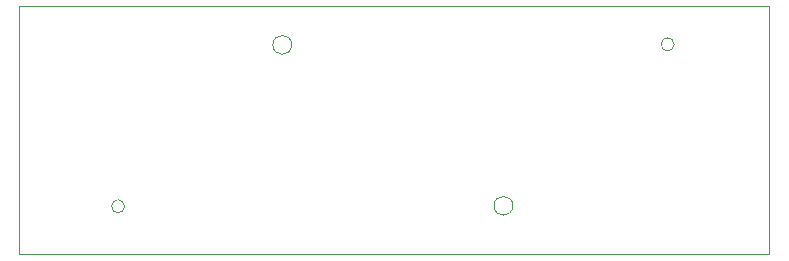
<source format=gbr>
%TF.GenerationSoftware,KiCad,Pcbnew,8.0.6*%
%TF.CreationDate,2024-11-25T22:11:24+01:00*%
%TF.ProjectId,nard_sam,6e617264-5f73-4616-9d2e-6b696361645f,rev?*%
%TF.SameCoordinates,Original*%
%TF.FileFunction,Profile,NP*%
%FSLAX46Y46*%
G04 Gerber Fmt 4.6, Leading zero omitted, Abs format (unit mm)*
G04 Created by KiCad (PCBNEW 8.0.6) date 2024-11-25 22:11:24*
%MOMM*%
%LPD*%
G01*
G04 APERTURE LIST*
%TA.AperFunction,Profile*%
%ADD10C,0.100000*%
%TD*%
%TA.AperFunction,Profile*%
%ADD11C,0.120000*%
%TD*%
G04 APERTURE END LIST*
D10*
X71750000Y-60000000D02*
X135250000Y-60000000D01*
X135250000Y-81000000D01*
X71750000Y-81000000D01*
X71750000Y-60000000D01*
D11*
%TO.C,J1*%
X80654000Y-76947000D02*
G75*
G02*
X79554000Y-76947000I-550000J0D01*
G01*
X79554000Y-76947000D02*
G75*
G02*
X80654000Y-76947000I550000J0D01*
G01*
X94804000Y-63277000D02*
G75*
G02*
X93204000Y-63277000I-800000J0D01*
G01*
X93204000Y-63277000D02*
G75*
G02*
X94804000Y-63277000I800000J0D01*
G01*
%TO.C,J2*%
X113532000Y-76902000D02*
G75*
G02*
X111932000Y-76902000I-800000J0D01*
G01*
X111932000Y-76902000D02*
G75*
G02*
X113532000Y-76902000I800000J0D01*
G01*
X127182000Y-63232000D02*
G75*
G02*
X126082000Y-63232000I-550000J0D01*
G01*
X126082000Y-63232000D02*
G75*
G02*
X127182000Y-63232000I550000J0D01*
G01*
%TD*%
M02*

</source>
